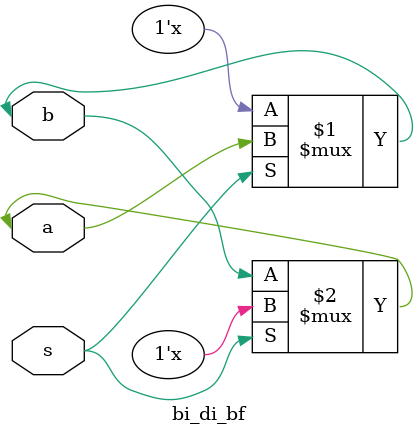
<source format=v>
module bi_di_bf(a,b,s);
input s;
inout a,b;
bufif1 b1(b,a,s);
bufif0 b2(a,b,s);
endmodule

</source>
